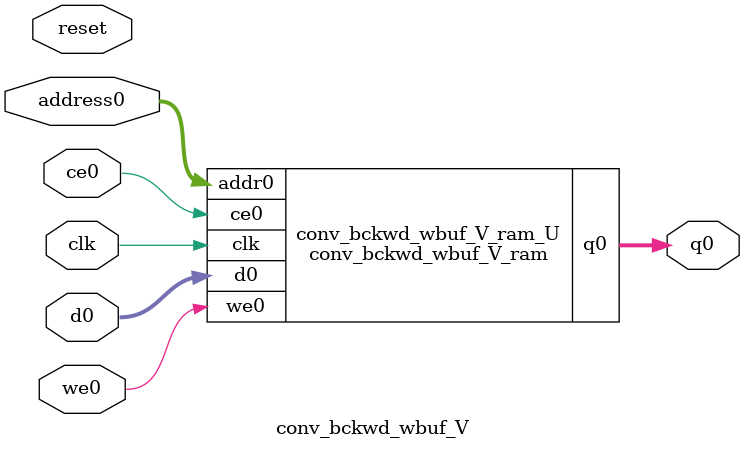
<source format=v>
`timescale 1 ns / 1 ps
module conv_bckwd_wbuf_V_ram (addr0, ce0, d0, we0, q0,  clk);

parameter DWIDTH = 16;
parameter AWIDTH = 10;
parameter MEM_SIZE = 625;

input[AWIDTH-1:0] addr0;
input ce0;
input[DWIDTH-1:0] d0;
input we0;
output reg[DWIDTH-1:0] q0;
input clk;

reg [DWIDTH-1:0] ram[0:MEM_SIZE-1];




always @(posedge clk)  
begin 
    if (ce0) begin
        if (we0) 
            ram[addr0] <= d0; 
        q0 <= ram[addr0];
    end
end


endmodule

`timescale 1 ns / 1 ps
module conv_bckwd_wbuf_V(
    reset,
    clk,
    address0,
    ce0,
    we0,
    d0,
    q0);

parameter DataWidth = 32'd16;
parameter AddressRange = 32'd625;
parameter AddressWidth = 32'd10;
input reset;
input clk;
input[AddressWidth - 1:0] address0;
input ce0;
input we0;
input[DataWidth - 1:0] d0;
output[DataWidth - 1:0] q0;



conv_bckwd_wbuf_V_ram conv_bckwd_wbuf_V_ram_U(
    .clk( clk ),
    .addr0( address0 ),
    .ce0( ce0 ),
    .we0( we0 ),
    .d0( d0 ),
    .q0( q0 ));

endmodule


</source>
